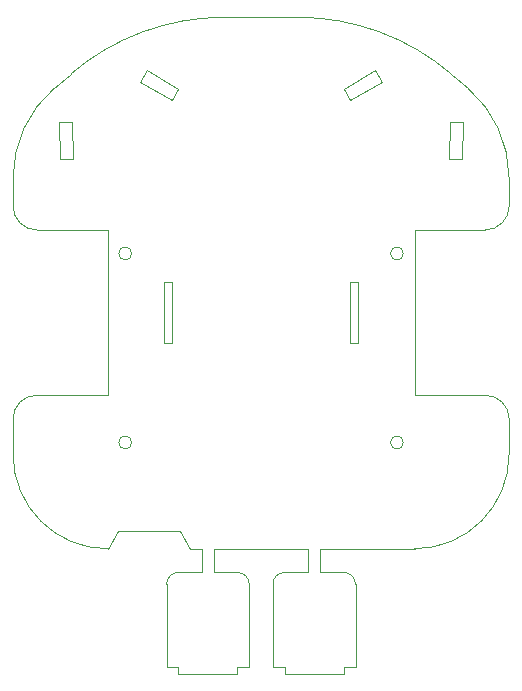
<source format=gm1>
G04 #@! TF.GenerationSoftware,KiCad,Pcbnew,(5.1.7)-1*
G04 #@! TF.CreationDate,2021-06-03T00:57:12+09:00*
G04 #@! TF.ProjectId,lapis,6c617069-732e-46b6-9963-61645f706362,rev?*
G04 #@! TF.SameCoordinates,Original*
G04 #@! TF.FileFunction,Profile,NP*
%FSLAX46Y46*%
G04 Gerber Fmt 4.6, Leading zero omitted, Abs format (unit mm)*
G04 Created by KiCad (PCBNEW (5.1.7)-1) date 2021-06-03 00:57:12*
%MOMM*%
%LPD*%
G01*
G04 APERTURE LIST*
G04 #@! TA.AperFunction,Profile*
%ADD10C,0.100000*%
G04 #@! TD*
G04 APERTURE END LIST*
D10*
X140250000Y-123700000D02*
X139250000Y-123700000D01*
X138383975Y-122200000D02*
X139250000Y-123700000D01*
X138383975Y-122200000D02*
X133116026Y-122200000D01*
X133116026Y-122200000D02*
X132250001Y-123700000D01*
X143250000Y-125700000D02*
G75*
G02*
X144250000Y-126700000I0J-1000000D01*
G01*
X137750000Y-106250000D02*
X137750000Y-101150000D01*
X124250001Y-112701855D02*
G75*
G02*
X126250000Y-110700000I1999999J1855D01*
G01*
X143250000Y-134300000D02*
X138250000Y-134300000D01*
X138250000Y-134300000D02*
X138250000Y-133700000D01*
X137050000Y-101150000D02*
X137050000Y-106250000D01*
X143250000Y-133700000D02*
X143250000Y-134300000D01*
X137750000Y-101150000D02*
X137050000Y-101150000D01*
X137250000Y-126700000D02*
G75*
G02*
X138250000Y-125700000I1000000J0D01*
G01*
X137050000Y-106250000D02*
X137750000Y-106250000D01*
X144250000Y-126700000D02*
X144250000Y-133700000D01*
X140250000Y-125700000D02*
X140250000Y-123700000D01*
X141250000Y-123700000D02*
X141250000Y-125700000D01*
X137250000Y-133700000D02*
X137250000Y-126700000D01*
X153450000Y-101150000D02*
X153450000Y-106250000D01*
X152750000Y-101150000D02*
X153450000Y-101150000D01*
X157300000Y-114700000D02*
G75*
G03*
X157300000Y-114700000I-550000J0D01*
G01*
X138250000Y-84747373D02*
X137700000Y-85700001D01*
X135015322Y-84150001D02*
X135565322Y-83197373D01*
X137700000Y-85700001D02*
X135015322Y-84150001D01*
X152750000Y-106250000D02*
X152750000Y-101150000D01*
X135565322Y-83197373D02*
X138250000Y-84747373D01*
X162755785Y-84701554D02*
G75*
G02*
X166250000Y-92295678I-6505785J-7594390D01*
G01*
X153450000Y-106250000D02*
X152750000Y-106250000D01*
X164250001Y-110700000D02*
G75*
G02*
X166250000Y-112701855I0J-2000000D01*
G01*
X162755785Y-84701554D02*
X161366276Y-83511221D01*
X155484679Y-84150001D02*
X154934679Y-83197373D01*
X154934679Y-83197373D02*
X152250000Y-84747373D01*
X158250000Y-96700001D02*
X164250000Y-96700001D01*
X132250001Y-96700001D02*
X126250001Y-96700001D01*
X161258859Y-87563500D02*
X161150670Y-90661612D01*
X162358189Y-87601890D02*
X161258859Y-87563500D01*
X152250000Y-84747373D02*
X152800000Y-85700001D01*
X166250000Y-94700001D02*
G75*
G02*
X164250000Y-96700001I-2000000J0D01*
G01*
X127744216Y-84701554D02*
X129133726Y-83511221D01*
X129133725Y-83511221D02*
G75*
G02*
X142145295Y-78700001I13011570J-15188780D01*
G01*
X124250001Y-92295677D02*
G75*
G02*
X127744216Y-84701554I9999999J-267D01*
G01*
X142145295Y-78700001D02*
X145250000Y-78700001D01*
X162250000Y-90700001D02*
X162358189Y-87601890D01*
X152800000Y-85700001D02*
X155484679Y-84150001D01*
X148354705Y-78700001D02*
X145250000Y-78700001D01*
X129349331Y-90661612D02*
X128250001Y-90700001D01*
X157300000Y-98700001D02*
G75*
G03*
X157300000Y-98700001I-550000J0D01*
G01*
X129241143Y-87563500D02*
X129349331Y-90661612D01*
X166249296Y-115701880D02*
G75*
G02*
X158249296Y-123700000I-8000000J1880D01*
G01*
X161150670Y-90661612D02*
X162250000Y-90700001D01*
X128141813Y-87601890D02*
X129241143Y-87563500D01*
X126250000Y-110700000D02*
X132250001Y-110700000D01*
X132250001Y-123700000D02*
G75*
G02*
X124250001Y-115700000I0J8000000D01*
G01*
X134300000Y-114700000D02*
G75*
G03*
X134300000Y-114700000I-550000J0D01*
G01*
X124250001Y-115700000D02*
X124250001Y-112701855D01*
X148354706Y-78700001D02*
G75*
G02*
X161366276Y-83511221I-1J-20000000D01*
G01*
X138250000Y-125700000D02*
X140250000Y-125700000D01*
X146250000Y-133700000D02*
X147250000Y-133700000D01*
X141250000Y-123700000D02*
X145250000Y-123700000D01*
X149250000Y-125700000D02*
X147250000Y-125700000D01*
X152250000Y-125700000D02*
X150250000Y-125700000D01*
X144250000Y-133700000D02*
X143250000Y-133700000D01*
X152250000Y-133700000D02*
X153250000Y-133700000D01*
X141250000Y-125700000D02*
X143250000Y-125700000D01*
X138250000Y-133700000D02*
X137250000Y-133700000D01*
X152250000Y-125700000D02*
G75*
G02*
X153250000Y-126700000I0J-1000000D01*
G01*
X149250000Y-123700000D02*
X145250000Y-123700000D01*
X158249296Y-123700000D02*
X150250000Y-123700000D01*
X150250000Y-125700000D02*
X150250000Y-123700000D01*
X147250000Y-133700000D02*
X147250000Y-134300000D01*
X146250000Y-126700000D02*
X146250000Y-133700000D01*
X153250000Y-133700000D02*
X153250000Y-126700000D01*
X149250000Y-123700000D02*
X149250000Y-125700000D01*
X146250000Y-126700000D02*
G75*
G02*
X147250000Y-125700000I1000000J0D01*
G01*
X166249295Y-115701880D02*
X166250000Y-112701855D01*
X166250000Y-94700001D02*
X166250000Y-92295678D01*
X158250000Y-96700001D02*
X158250000Y-110700000D01*
X147250000Y-134300000D02*
X152250000Y-134300000D01*
X134300000Y-98700001D02*
G75*
G03*
X134300000Y-98700001I-550000J0D01*
G01*
X126250001Y-96700001D02*
G75*
G02*
X124250001Y-94700001I0J2000000D01*
G01*
X132250001Y-96700001D02*
X132250001Y-110700000D01*
X124250001Y-94700001D02*
X124250001Y-92295678D01*
X164250001Y-110700000D02*
X158250000Y-110700000D01*
X128250001Y-90700001D02*
X128141813Y-87601890D01*
X152250000Y-134300000D02*
X152250000Y-133700000D01*
M02*

</source>
